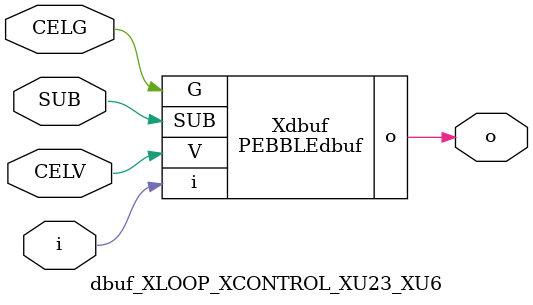
<source format=v>



module PEBBLEdbuf ( o, G, SUB, V, i );

  input V;
  input i;
  input G;
  output o;
  input SUB;
endmodule

//Celera Confidential Do Not Copy dbuf_XLOOP_XCONTROL_XU23_XU6
//Celera Confidential Symbol Generator
//Digital Buffer
module dbuf_XLOOP_XCONTROL_XU23_XU6 (CELV,CELG,i,o,SUB);
input CELV;
input CELG;
input i;
input SUB;
output o;

//Celera Confidential Do Not Copy dbuf
PEBBLEdbuf Xdbuf(
.V (CELV),
.i (i),
.o (o),
.SUB (SUB),
.G (CELG)
);
//,diesize,PEBBLEdbuf

//Celera Confidential Do Not Copy Module End
//Celera Schematic Generator
endmodule

</source>
